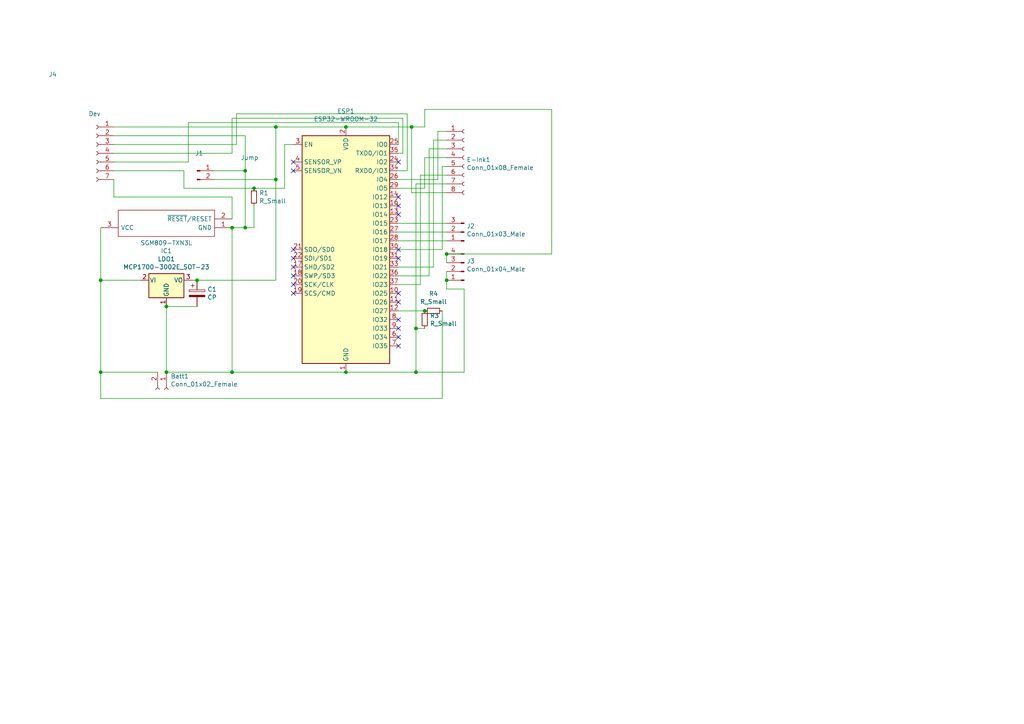
<source format=kicad_sch>
(kicad_sch (version 20211123) (generator eeschema)
  (paper "A4")
  (lib_symbols
    (symbol "Connector:Conn_01x02_Male" (pin_names (offset 1.016) hide)
      (property "Reference" "J" (at 0 2.54 0))
      (property "Value" "Conn_01x02_Male" (at 0 -5.08 0))
      (symbol "Conn_01x02_Male_1_1"
        (polyline (pts (xy 1.27 -2.54) (xy 0.8636 -2.54)) (stroke (width 0.1524)))
        (polyline (pts (xy 1.27 0) (xy 0.8636 0)) (stroke (width 0.1524)))
        (rectangle (start 0.8636 -2.413) (end 0 -2.667) (stroke (width 0.1524)) (fill (type outline)))
        (rectangle (start 0.8636 0.127) (end 0 -0.127) (stroke (width 0.1524)) (fill (type outline)))
        (pin passive line (at 5.08 0 180) (length 3.81) (name "Pin_1") (number "1"))
        (pin passive line (at 5.08 -2.54 180) (length 3.81) (name "Pin_2") (number "2"))
      )
    )
    (symbol "Connector:Conn_01x07_Female" (pin_names (offset 1.016) hide)
      (property "Reference" "J" (at 0 10.16 0))
      (property "Value" "Conn_01x07_Female" (at 0 -10.16 0))
      (symbol "Conn_01x07_Female_1_1"
        (arc (start 0 -7.112) (mid -0.508 -7.62) (end 0 -8.128) (stroke (width 0.1524)))
        (arc (start 0 -4.572) (mid -0.508 -5.08) (end 0 -5.588) (stroke (width 0.1524)))
        (arc (start 0 -2.032) (mid -0.508 -2.54) (end 0 -3.048) (stroke (width 0.1524)))
        (polyline (pts (xy -1.27 -7.62) (xy -0.508 -7.62)) (stroke (width 0.1524)))
        (polyline (pts (xy -1.27 -5.08) (xy -0.508 -5.08)) (stroke (width 0.1524)))
        (polyline (pts (xy -1.27 -2.54) (xy -0.508 -2.54)) (stroke (width 0.1524)))
        (polyline (pts (xy -1.27 0) (xy -0.508 0)) (stroke (width 0.1524)))
        (polyline (pts (xy -1.27 2.54) (xy -0.508 2.54)) (stroke (width 0.1524)))
        (polyline (pts (xy -1.27 5.08) (xy -0.508 5.08)) (stroke (width 0.1524)))
        (polyline (pts (xy -1.27 7.62) (xy -0.508 7.62)) (stroke (width 0.1524)))
        (arc (start 0 0.508) (mid -0.508 0) (end 0 -0.508) (stroke (width 0.1524)))
        (arc (start 0 3.048) (mid -0.508 2.54) (end 0 2.032) (stroke (width 0.1524)))
        (arc (start 0 5.588) (mid -0.508 5.08) (end 0 4.572) (stroke (width 0.1524)))
        (arc (start 0 8.128) (mid -0.508 7.62) (end 0 7.112) (stroke (width 0.1524)))
        (pin passive line (at -5.08 7.62 0) (length 3.81) (name "Pin_1") (number "1"))
        (pin passive line (at -5.08 5.08 0) (length 3.81) (name "Pin_2") (number "2"))
        (pin passive line (at -5.08 2.54 0) (length 3.81) (name "Pin_3") (number "3"))
        (pin passive line (at -5.08 0 0) (length 3.81) (name "Pin_4") (number "4"))
        (pin passive line (at -5.08 -2.54 0) (length 3.81) (name "Pin_5") (number "5"))
        (pin passive line (at -5.08 -5.08 0) (length 3.81) (name "Pin_6") (number "6"))
        (pin passive line (at -5.08 -7.62 0) (length 3.81) (name "Pin_7") (number "7"))
      )
    )
    (symbol "tuerschild-rescue:CP-Device" (pin_numbers hide) (pin_names (offset 0.254))
      (property "Reference" "C" (at 0.635 2.54 0))
      (property "Value" "CP-Device" (at 0.635 -2.54 0))
      (symbol "CP-Device_0_1"
        (rectangle (start -2.286 0.508) (end 2.286 1.016))
        (polyline (pts (xy -1.778 2.286) (xy -0.762 2.286)))
        (polyline (pts (xy -1.27 2.794) (xy -1.27 1.778)))
        (rectangle (start 2.286 -0.508) (end -2.286 -1.016) (fill (type outline)))
      )
      (symbol "CP-Device_1_1"
        (pin passive line (at 0 3.81 270) (length 2.794) (name "~") (number "1"))
        (pin passive line (at 0 -3.81 90) (length 2.794) (name "~") (number "2"))
      )
    )
    (symbol "tuerschild-rescue:Conn_01x02_Female-Connector" (pin_names (offset 1.016) hide)
      (property "Reference" "J" (at 0 2.54 0))
      (property "Value" "Conn_01x02_Female-Connector" (at 0 -5.08 0))
      (symbol "Conn_01x02_Female-Connector_1_1"
        (arc (start 0 -2.032) (mid -0.508 -2.54) (end 0 -3.048) (stroke (width 0.1524)))
        (polyline (pts (xy -1.27 -2.54) (xy -0.508 -2.54)) (stroke (width 0.1524)))
        (polyline (pts (xy -1.27 0) (xy -0.508 0)) (stroke (width 0.1524)))
        (arc (start 0 0.508) (mid -0.508 0) (end 0 -0.508) (stroke (width 0.1524)))
        (pin passive line (at -5.08 0 0) (length 3.81) (name "Pin_1") (number "1"))
        (pin passive line (at -5.08 -2.54 0) (length 3.81) (name "Pin_2") (number "2"))
      )
    )
    (symbol "tuerschild-rescue:Conn_01x03_Male-Connector" (pin_names (offset 1.016) hide)
      (property "Reference" "J" (at 0 5.08 0))
      (property "Value" "Conn_01x03_Male-Connector" (at 0 -5.08 0))
      (symbol "Conn_01x03_Male-Connector_1_1"
        (polyline (pts (xy 1.27 -2.54) (xy 0.8636 -2.54)) (stroke (width 0.1524)))
        (polyline (pts (xy 1.27 0) (xy 0.8636 0)) (stroke (width 0.1524)))
        (polyline (pts (xy 1.27 2.54) (xy 0.8636 2.54)) (stroke (width 0.1524)))
        (rectangle (start 0.8636 -2.413) (end 0 -2.667) (stroke (width 0.1524)) (fill (type outline)))
        (rectangle (start 0.8636 0.127) (end 0 -0.127) (stroke (width 0.1524)) (fill (type outline)))
        (rectangle (start 0.8636 2.667) (end 0 2.413) (stroke (width 0.1524)) (fill (type outline)))
        (pin passive line (at 5.08 2.54 180) (length 3.81) (name "Pin_1") (number "1"))
        (pin passive line (at 5.08 0 180) (length 3.81) (name "Pin_2") (number "2"))
        (pin passive line (at 5.08 -2.54 180) (length 3.81) (name "Pin_3") (number "3"))
      )
    )
    (symbol "tuerschild-rescue:Conn_01x04_Male-Connector" (pin_names (offset 1.016) hide)
      (property "Reference" "J" (at 0 5.08 0))
      (property "Value" "Conn_01x04_Male-Connector" (at 0 -7.62 0))
      (symbol "Conn_01x04_Male-Connector_1_1"
        (polyline (pts (xy 1.27 -5.08) (xy 0.8636 -5.08)) (stroke (width 0.1524)))
        (polyline (pts (xy 1.27 -2.54) (xy 0.8636 -2.54)) (stroke (width 0.1524)))
        (polyline (pts (xy 1.27 0) (xy 0.8636 0)) (stroke (width 0.1524)))
        (polyline (pts (xy 1.27 2.54) (xy 0.8636 2.54)) (stroke (width 0.1524)))
        (rectangle (start 0.8636 -4.953) (end 0 -5.207) (stroke (width 0.1524)) (fill (type outline)))
        (rectangle (start 0.8636 -2.413) (end 0 -2.667) (stroke (width 0.1524)) (fill (type outline)))
        (rectangle (start 0.8636 0.127) (end 0 -0.127) (stroke (width 0.1524)) (fill (type outline)))
        (rectangle (start 0.8636 2.667) (end 0 2.413) (stroke (width 0.1524)) (fill (type outline)))
        (pin passive line (at 5.08 2.54 180) (length 3.81) (name "Pin_1") (number "1"))
        (pin passive line (at 5.08 0 180) (length 3.81) (name "Pin_2") (number "2"))
        (pin passive line (at 5.08 -2.54 180) (length 3.81) (name "Pin_3") (number "3"))
        (pin passive line (at 5.08 -5.08 180) (length 3.81) (name "Pin_4") (number "4"))
      )
    )
    (symbol "tuerschild-rescue:Conn_01x08_Female-Connector" (pin_names (offset 1.016) hide)
      (property "Reference" "J" (at 0 10.16 0))
      (property "Value" "Conn_01x08_Female-Connector" (at 0 -12.7 0))
      (symbol "Conn_01x08_Female-Connector_1_1"
        (arc (start 0 -9.652) (mid -0.508 -10.16) (end 0 -10.668) (stroke (width 0.1524)))
        (arc (start 0 -7.112) (mid -0.508 -7.62) (end 0 -8.128) (stroke (width 0.1524)))
        (arc (start 0 -4.572) (mid -0.508 -5.08) (end 0 -5.588) (stroke (width 0.1524)))
        (arc (start 0 -2.032) (mid -0.508 -2.54) (end 0 -3.048) (stroke (width 0.1524)))
        (polyline (pts (xy -1.27 -10.16) (xy -0.508 -10.16)) (stroke (width 0.1524)))
        (polyline (pts (xy -1.27 -7.62) (xy -0.508 -7.62)) (stroke (width 0.1524)))
        (polyline (pts (xy -1.27 -5.08) (xy -0.508 -5.08)) (stroke (width 0.1524)))
        (polyline (pts (xy -1.27 -2.54) (xy -0.508 -2.54)) (stroke (width 0.1524)))
        (polyline (pts (xy -1.27 0) (xy -0.508 0)) (stroke (width 0.1524)))
        (polyline (pts (xy -1.27 2.54) (xy -0.508 2.54)) (stroke (width 0.1524)))
        (polyline (pts (xy -1.27 5.08) (xy -0.508 5.08)) (stroke (width 0.1524)))
        (polyline (pts (xy -1.27 7.62) (xy -0.508 7.62)) (stroke (width 0.1524)))
        (arc (start 0 0.508) (mid -0.508 0) (end 0 -0.508) (stroke (width 0.1524)))
        (arc (start 0 3.048) (mid -0.508 2.54) (end 0 2.032) (stroke (width 0.1524)))
        (arc (start 0 5.588) (mid -0.508 5.08) (end 0 4.572) (stroke (width 0.1524)))
        (arc (start 0 8.128) (mid -0.508 7.62) (end 0 7.112) (stroke (width 0.1524)))
        (pin passive line (at -5.08 7.62 0) (length 3.81) (name "Pin_1") (number "1"))
        (pin passive line (at -5.08 5.08 0) (length 3.81) (name "Pin_2") (number "2"))
        (pin passive line (at -5.08 2.54 0) (length 3.81) (name "Pin_3") (number "3"))
        (pin passive line (at -5.08 0 0) (length 3.81) (name "Pin_4") (number "4"))
        (pin passive line (at -5.08 -2.54 0) (length 3.81) (name "Pin_5") (number "5"))
        (pin passive line (at -5.08 -5.08 0) (length 3.81) (name "Pin_6") (number "6"))
        (pin passive line (at -5.08 -7.62 0) (length 3.81) (name "Pin_7") (number "7"))
        (pin passive line (at -5.08 -10.16 0) (length 3.81) (name "Pin_8") (number "8"))
      )
    )
    (symbol "tuerschild-rescue:ESP32-WROOM-32-RF_Module"
      (property "Reference" "U" (at -12.7 34.29 0))
      (property "Value" "ESP32-WROOM-32-RF_Module" (at 1.27 34.29 0))
      (symbol "ESP32-WROOM-32-RF_Module_0_1"
        (rectangle (start -12.7 33.02) (end 12.7 -33.02) (stroke (width 0.254)) (fill (type background)))
      )
      (symbol "ESP32-WROOM-32-RF_Module_1_1"
        (pin power_in line (at 0 -35.56 90) (length 2.54) (name "GND") (number "1"))
        (pin bidirectional line (at 15.24 -12.7 180) (length 2.54) (name "IO25") (number "10"))
        (pin bidirectional line (at 15.24 -15.24 180) (length 2.54) (name "IO26") (number "11"))
        (pin bidirectional line (at 15.24 -17.78 180) (length 2.54) (name "IO27") (number "12"))
        (pin bidirectional line (at 15.24 10.16 180) (length 2.54) (name "IO14") (number "13"))
        (pin bidirectional line (at 15.24 15.24 180) (length 2.54) (name "IO12") (number "14"))
        (pin passive line (at 0 -35.56 90) (length 2.54) hide (name "GND") (number "15"))
        (pin bidirectional line (at 15.24 12.7 180) (length 2.54) (name "IO13") (number "16"))
        (pin bidirectional line (at -15.24 -5.08 0) (length 2.54) (name "SHD/SD2") (number "17"))
        (pin bidirectional line (at -15.24 -7.62 0) (length 2.54) (name "SWP/SD3") (number "18"))
        (pin bidirectional line (at -15.24 -12.7 0) (length 2.54) (name "SCS/CMD") (number "19"))
        (pin power_in line (at 0 35.56 270) (length 2.54) (name "VDD") (number "2"))
        (pin bidirectional line (at -15.24 -10.16 0) (length 2.54) (name "SCK/CLK") (number "20"))
        (pin bidirectional line (at -15.24 0 0) (length 2.54) (name "SDO/SD0") (number "21"))
        (pin bidirectional line (at -15.24 -2.54 0) (length 2.54) (name "SDI/SD1") (number "22"))
        (pin bidirectional line (at 15.24 7.62 180) (length 2.54) (name "IO15") (number "23"))
        (pin bidirectional line (at 15.24 25.4 180) (length 2.54) (name "IO2") (number "24"))
        (pin bidirectional line (at 15.24 30.48 180) (length 2.54) (name "IO0") (number "25"))
        (pin bidirectional line (at 15.24 20.32 180) (length 2.54) (name "IO4") (number "26"))
        (pin bidirectional line (at 15.24 5.08 180) (length 2.54) (name "IO16") (number "27"))
        (pin bidirectional line (at 15.24 2.54 180) (length 2.54) (name "IO17") (number "28"))
        (pin bidirectional line (at 15.24 17.78 180) (length 2.54) (name "IO5") (number "29"))
        (pin input line (at -15.24 30.48 0) (length 2.54) (name "EN") (number "3"))
        (pin bidirectional line (at 15.24 0 180) (length 2.54) (name "IO18") (number "30"))
        (pin bidirectional line (at 15.24 -2.54 180) (length 2.54) (name "IO19") (number "31"))
        (pin no_connect line (at -12.7 -27.94 0) (length 2.54) hide (name "NC") (number "32"))
        (pin bidirectional line (at 15.24 -5.08 180) (length 2.54) (name "IO21") (number "33"))
        (pin bidirectional line (at 15.24 22.86 180) (length 2.54) (name "RXD0/IO3") (number "34"))
        (pin bidirectional line (at 15.24 27.94 180) (length 2.54) (name "TXD0/IO1") (number "35"))
        (pin bidirectional line (at 15.24 -7.62 180) (length 2.54) (name "IO22") (number "36"))
        (pin bidirectional line (at 15.24 -10.16 180) (length 2.54) (name "IO23") (number "37"))
        (pin passive line (at 0 -35.56 90) (length 2.54) hide (name "GND") (number "38"))
        (pin passive line (at 0 -35.56 90) (length 2.54) hide (name "GND") (number "39"))
        (pin input line (at -15.24 25.4 0) (length 2.54) (name "SENSOR_VP") (number "4"))
        (pin input line (at -15.24 22.86 0) (length 2.54) (name "SENSOR_VN") (number "5"))
        (pin input line (at 15.24 -25.4 180) (length 2.54) (name "IO34") (number "6"))
        (pin input line (at 15.24 -27.94 180) (length 2.54) (name "IO35") (number "7"))
        (pin bidirectional line (at 15.24 -20.32 180) (length 2.54) (name "IO32") (number "8"))
        (pin bidirectional line (at 15.24 -22.86 180) (length 2.54) (name "IO33") (number "9"))
      )
    )
    (symbol "tuerschild-rescue:MCP1700-3002E_SOT89-Regulator_Linear" (pin_names (offset 0.254))
      (property "Reference" "U" (at -3.81 3.175 0))
      (property "Value" "MCP1700-3002E_SOT89-Regulator_Linear" (at 0 3.175 0))
      (symbol "MCP1700-3002E_SOT89-Regulator_Linear_0_1"
        (rectangle (start -5.08 -5.08) (end 5.08 1.905) (stroke (width 0.254)) (fill (type background)))
      )
      (symbol "MCP1700-3002E_SOT89-Regulator_Linear_1_1"
        (pin power_in line (at 0 -7.62 90) (length 2.54) (name "GND") (number "1"))
        (pin power_in line (at -7.62 0 0) (length 2.54) (name "VI") (number "2"))
        (pin power_out line (at 7.62 0 180) (length 2.54) (name "VO") (number "3"))
      )
    )
    (symbol "tuerschild-rescue:R_Small-Device" (pin_numbers hide) (pin_names (offset 0.254) hide)
      (property "Reference" "R" (at 0.762 0.508 0))
      (property "Value" "R_Small-Device" (at 0.762 -1.016 0))
      (symbol "R_Small-Device_0_1"
        (rectangle (start -0.762 1.778) (end 0.762 -1.778) (stroke (width 0.2032)))
      )
      (symbol "R_Small-Device_1_1"
        (pin passive line (at 0 2.54 270) (length 0.762) (name "~") (number "1"))
        (pin passive line (at 0 -2.54 90) (length 0.762) (name "~") (number "2"))
      )
    )
    (symbol "tuerschild-rescue:SGM809-TXN3L-SGM809-TXN3L" (pin_names (offset 0.762))
      (property "Reference" "IC" (at 34.29 7.62 0))
      (property "Value" "SGM809-TXN3L-SGM809-TXN3L" (at 34.29 5.08 0))
      (symbol "SGM809-TXN3L-SGM809-TXN3L_0_0"
        (pin passive line (at 0 0 0) (length 5.08) (name "GND") (number "1"))
        (pin passive line (at 0 -2.54 0) (length 5.08) (name "~{RESET}/RESET") (number "2"))
        (pin passive line (at 38.1 0 180) (length 5.08) (name "VCC") (number "3"))
      )
      (symbol "SGM809-TXN3L-SGM809-TXN3L_0_1"
        (polyline (pts (xy 5.08 2.54) (xy 33.02 2.54) (xy 33.02 -5.08) (xy 5.08 -5.08) (xy 5.08 2.54)) (stroke (width 0.1524)))
      )
    )
  )
  (junction (at 80.01 36.83))
  (junction (at 129.54 81.28))
  (junction (at 71.12 49.53))
  (junction (at 100.33 36.83))
  (junction (at 71.12 66.04))
  (junction (at 80.01 52.07))
  (junction (at 67.31 107.95))
  (junction (at 48.26 88.9))
  (junction (at 123.19 90.17))
  (junction (at 57.15 81.28))
  (junction (at 29.21 81.28))
  (junction (at 100.33 107.95))
  (junction (at 48.26 107.95))
  (junction (at 73.66 54.61))
  (junction (at 119.38 36.83))
  (junction (at 67.31 66.04))
  (junction (at 120.65 107.95))
  (junction (at 120.65 95.25))
  (junction (at 129.54 73.66))
  (junction (at 29.21 107.95))
  (no_connect (at 115.57 97.79))
  (no_connect (at 115.57 87.63))
  (no_connect (at 115.57 85.09))
  (no_connect (at 85.09 49.53))
  (no_connect (at 115.57 92.71))
  (no_connect (at 115.57 95.25))
  (no_connect (at 115.57 72.39))
  (no_connect (at 115.57 62.23))
  (no_connect (at 85.09 82.55))
  (no_connect (at 85.09 80.01))
  (no_connect (at 85.09 46.99))
  (no_connect (at 115.57 59.69))
  (no_connect (at 85.09 85.09))
  (no_connect (at 85.09 72.39))
  (no_connect (at 85.09 77.47))
  (no_connect (at 115.57 100.33))
  (no_connect (at 85.09 74.93))
  (no_connect (at 115.57 46.99))
  (no_connect (at 115.57 74.93))
  (no_connect (at 115.57 57.15))
  (wire (pts (xy 127 38.1) (xy 127 52.07)))
  (wire (pts (xy 82.55 54.61) (xy 73.66 54.61)))
  (wire (pts (xy 54.61 35.56) (xy 54.61 46.99)))
  (wire (pts (xy 123.19 45.72) (xy 129.54 45.72)))
  (wire (pts (xy 54.61 46.99) (xy 33.02 46.99)))
  (wire (pts (xy 54.61 35.56) (xy 115.57 35.56)))
  (wire (pts (xy 80.01 36.83) (xy 100.33 36.83)))
  (wire (pts (xy 127 52.07) (xy 115.57 52.07)))
  (wire (pts (xy 85.09 41.91) (xy 82.55 41.91)))
  (wire (pts (xy 71.12 66.04) (xy 73.66 66.04)))
  (wire (pts (xy 129.54 78.74) (xy 129.54 81.28)))
  (wire (pts (xy 125.73 77.47) (xy 115.57 77.47)))
  (wire (pts (xy 115.57 90.17) (xy 123.19 90.17)))
  (wire (pts (xy 33.02 36.83) (xy 80.01 36.83)))
  (wire (pts (xy 73.66 66.04) (xy 73.66 59.69)))
  (wire (pts (xy 53.34 49.53) (xy 33.02 49.53)))
  (wire (pts (xy 33.02 41.91) (xy 68.58 41.91)))
  (wire (pts (xy 118.11 33.02) (xy 68.58 33.02)))
  (wire (pts (xy 125.73 40.64) (xy 129.54 40.64)))
  (wire (pts (xy 123.19 31.75) (xy 160.02 31.75)))
  (wire (pts (xy 116.84 44.45) (xy 116.84 34.29)))
  (wire (pts (xy 129.54 76.2) (xy 129.54 73.66)))
  (wire (pts (xy 124.46 43.18) (xy 129.54 43.18)))
  (wire (pts (xy 67.31 66.04) (xy 67.31 107.95)))
  (wire (pts (xy 128.27 115.57) (xy 29.21 115.57)))
  (wire (pts (xy 120.65 107.95) (xy 134.62 107.95)))
  (wire (pts (xy 128.27 90.17) (xy 128.27 115.57)))
  (wire (pts (xy 128.27 72.39) (xy 128.27 48.26)))
  (wire (pts (xy 115.57 64.77) (xy 129.54 64.77)))
  (wire (pts (xy 120.65 95.25) (xy 120.65 53.34)))
  (wire (pts (xy 62.23 49.53) (xy 71.12 49.53)))
  (wire (pts (xy 121.92 82.55) (xy 115.57 82.55)))
  (wire (pts (xy 33.02 39.37) (xy 71.12 39.37)))
  (wire (pts (xy 120.65 107.95) (xy 120.65 95.25)))
  (wire (pts (xy 53.34 54.61) (xy 73.66 54.61)))
  (wire (pts (xy 115.57 44.45) (xy 116.84 44.45)))
  (wire (pts (xy 129.54 67.31) (xy 115.57 67.31)))
  (wire (pts (xy 67.31 63.5) (xy 67.31 57.15)))
  (wire (pts (xy 48.26 107.95) (xy 48.26 88.9)))
  (wire (pts (xy 62.23 52.07) (xy 80.01 52.07)))
  (wire (pts (xy 68.58 33.02) (xy 68.58 41.91)))
  (wire (pts (xy 119.38 55.88) (xy 129.54 55.88)))
  (wire (pts (xy 115.57 49.53) (xy 118.11 49.53)))
  (wire (pts (xy 29.21 81.28) (xy 29.21 107.95)))
  (wire (pts (xy 48.26 107.95) (xy 67.31 107.95)))
  (wire (pts (xy 129.54 38.1) (xy 127 38.1)))
  (wire (pts (xy 29.21 81.28) (xy 40.64 81.28)))
  (wire (pts (xy 45.72 107.95) (xy 29.21 107.95)))
  (wire (pts (xy 120.65 53.34) (xy 129.54 53.34)))
  (wire (pts (xy 123.19 95.25) (xy 120.65 95.25)))
  (wire (pts (xy 57.15 81.28) (xy 80.01 81.28)))
  (wire (pts (xy 119.38 36.83) (xy 123.19 36.83)))
  (wire (pts (xy 118.11 49.53) (xy 118.11 33.02)))
  (wire (pts (xy 33.02 57.15) (xy 33.02 52.07)))
  (wire (pts (xy 80.01 81.28) (xy 80.01 52.07)))
  (wire (pts (xy 160.02 31.75) (xy 160.02 73.66)))
  (wire (pts (xy 71.12 66.04) (xy 71.12 49.53)))
  (wire (pts (xy 124.46 43.18) (xy 124.46 80.01)))
  (wire (pts (xy 100.33 36.83) (xy 119.38 36.83)))
  (wire (pts (xy 57.15 88.9) (xy 48.26 88.9)))
  (wire (pts (xy 82.55 41.91) (xy 82.55 54.61)))
  (wire (pts (xy 55.88 81.28) (xy 57.15 81.28)))
  (wire (pts (xy 115.57 72.39) (xy 128.27 72.39)))
  (wire (pts (xy 33.02 44.45) (xy 67.31 44.45)))
  (wire (pts (xy 80.01 52.07) (xy 80.01 36.83)))
  (wire (pts (xy 67.31 66.04) (xy 71.12 66.04)))
  (wire (pts (xy 67.31 107.95) (xy 100.33 107.95)))
  (wire (pts (xy 134.62 83.82) (xy 129.54 83.82)))
  (wire (pts (xy 123.19 36.83) (xy 123.19 31.75)))
  (wire (pts (xy 115.57 41.91) (xy 115.57 35.56)))
  (wire (pts (xy 53.34 54.61) (xy 53.34 49.53)))
  (wire (pts (xy 121.92 50.8) (xy 121.92 82.55)))
  (wire (pts (xy 123.19 45.72) (xy 123.19 54.61)))
  (wire (pts (xy 29.21 66.04) (xy 29.21 81.28)))
  (wire (pts (xy 67.31 34.29) (xy 67.31 44.45)))
  (wire (pts (xy 125.73 40.64) (xy 125.73 77.47)))
  (wire (pts (xy 121.92 50.8) (xy 129.54 50.8)))
  (wire (pts (xy 123.19 54.61) (xy 115.57 54.61)))
  (wire (pts (xy 128.27 48.26) (xy 129.54 48.26)))
  (wire (pts (xy 29.21 115.57) (xy 29.21 107.95)))
  (wire (pts (xy 100.33 107.95) (xy 120.65 107.95)))
  (wire (pts (xy 134.62 107.95) (xy 134.62 83.82)))
  (wire (pts (xy 33.02 57.15) (xy 67.31 57.15)))
  (wire (pts (xy 124.46 80.01) (xy 115.57 80.01)))
  (wire (pts (xy 116.84 34.29) (xy 67.31 34.29)))
  (wire (pts (xy 129.54 83.82) (xy 129.54 81.28)))
  (wire (pts (xy 71.12 49.53) (xy 71.12 39.37)))
  (wire (pts (xy 115.57 69.85) (xy 129.54 69.85)))
  (wire (pts (xy 160.02 73.66) (xy 129.54 73.66)))
  (wire (pts (xy 119.38 36.83) (xy 119.38 55.88)))
  (symbol (lib_id "tuerschild-rescue:ESP32-WROOM-32-RF_Module") (at 100.33 72.39 0) (unit 1)
    (property "Reference" "ESP1" (at 100.33 32.2326 0))
    (property "Value" "ESP32-WROOM-32" (at 100.33 34.544 0))
    (property "Footprint" "RF_Module:ESP32-WROOM-32" (effects hide))
    (property "Datasheet" "https://www.espressif.com/sites/default/files/documentation/esp32-wroom-32_datasheet_en.pdf" (effects hide))
  )
  (symbol (lib_id "tuerschild-rescue:MCP1700-3002E_SOT89-Regulator_Linear") (at 48.26 81.28 0) (unit 1)
    (property "Reference" "LDO1" (at 48.26 75.1332 0))
    (property "Value" "MCP1700-3002E_SOT-23" (at 48.26 77.4446 0))
    (property "Footprint" "Package_TO_SOT_SMD:SOT-23" (effects hide))
    (property "Datasheet" "http://ww1.microchip.com/downloads/en/DeviceDoc/20001826D.pdf" (effects hide))
  )
  (symbol (lib_id "tuerschild-rescue:Conn_01x08_Female-Connector") (at 134.62 45.72 0) (unit 1)
    (property "Reference" "E-Ink1" (at 135.3312 46.3296 0) (effects (justify left)))
    (property "Value" "Conn_01x08_Female" (at 135.3312 48.641 0) (effects (justify left)))
    (property "Footprint" "Connector_PinSocket_2.54mm:PinSocket_1x08_P2.54mm_Vertical" (effects hide))
  )
  (symbol (lib_id "tuerschild-rescue:SGM809-TXN3L-SGM809-TXN3L") (at 67.31 66.04 180) (unit 1)
    (property "Reference" "IC1" (at 48.26 72.771 0))
    (property "Value" "SGM809-TXN3L" (at 48.26 70.4596 0))
    (property "Footprint" "Package_TO_SOT_SMD:SOT-23" (effects hide))
    (property "Description" "Microprocessor Supervisory Circuit in 3-Pin SOT23" (effects hide))
    (property "Height" "1.15" (effects hide))
    (property "Manufacturer_Name" "SG-MICRO" (effects hide))
    (property "Manufacturer_Part_Number" "SGM809-TXN3L" (effects hide))
  )
  (symbol (lib_id "tuerschild-rescue:R_Small-Device") (at 73.66 57.15 0) (unit 1)
    (property "Reference" "R1" (at 75.1586 55.9816 0) (effects (justify left)))
    (property "Value" "R_Small" (at 75.1586 58.293 0) (effects (justify left)))
    (property "Footprint" "Resistor_SMD:R_1206_3216Metric_Pad1.30x1.75mm_HandSolder" (effects hide))
  )
  (symbol (lib_id "tuerschild-rescue:CP-Device") (at 57.15 85.09 0) (unit 1)
    (property "Reference" "C1" (at 60.1472 83.9216 0) (effects (justify left)))
    (property "Value" "CP" (at 60.1472 86.233 0) (effects (justify left)))
    (property "Footprint" "Capacitor_THT:CP_Radial_D6.3mm_P2.50mm" (effects hide))
  )
  (symbol (lib_id "tuerschild-rescue:Conn_01x03_Male-Connector") (at 134.62 67.31 180) (unit 1)
    (property "Reference" "J2" (at 135.3312 65.5828 0) (effects (justify right)))
    (property "Value" "Conn_01x03_Male" (at 135.3312 67.8942 0) (effects (justify right)))
    (property "Footprint" "Connector_PinHeader_2.54mm:PinHeader_1x03_P2.54mm_Vertical" (effects hide))
  )
  (symbol (lib_id "tuerschild-rescue:Conn_01x02_Female-Connector") (at 48.26 113.03 270) (unit 1)
    (property "Reference" "Batt1" (at 49.4792 109.1184 90) (effects (justify left)))
    (property "Value" "Conn_01x02_Female" (at 49.4792 111.4298 90) (effects (justify left)))
    (property "Footprint" "Connector_PinSocket_2.54mm:PinSocket_1x02_P2.54mm_Vertical" (effects hide))
  )
  (symbol (lib_id "tuerschild-rescue:R_Small-Device") (at 123.19 92.71 0) (unit 1)
    (property "Reference" "R3" (at 124.6886 91.5416 0) (effects (justify left)))
    (property "Value" "R_Small" (at 124.6886 93.853 0) (effects (justify left)))
    (property "Footprint" "Resistor_SMD:R_1206_3216Metric_Pad1.30x1.75mm_HandSolder" (effects hide))
  )
  (symbol (lib_id "tuerschild-rescue:R_Small-Device") (at 125.73 90.17 270) (unit 1)
    (property "Reference" "R4" (at 125.73 85.1916 90))
    (property "Value" "R_Small" (at 125.73 87.503 90))
    (property "Footprint" "Resistor_SMD:R_1206_3216Metric_Pad1.30x1.75mm_HandSolder" (effects hide))
  )
  (symbol (lib_id "tuerschild-rescue:Conn_01x04_Male-Connector") (at 134.62 78.74 180) (unit 1)
    (property "Reference" "J3" (at 135.3312 75.7428 0) (effects (justify right)))
    (property "Value" "Conn_01x04_Male" (at 135.3312 78.0542 0) (effects (justify right)))
    (property "Footprint" "Connector_PinHeader_2.54mm:PinHeader_1x04_P2.54mm_Vertical" (effects hide))
  )
  (symbol (lib_id "Connector:Conn_01x02_Male") (at 57.15 49.53 0) (unit 1)
    (property "Reference" "J1" (at 57.785 44.45 0))
    (property "Value" "Jump" (at 72.39 45.72 0))
    (property "Footprint" "Connector_PinHeader_2.54mm:PinHeader_1x02_P2.54mm_Vertical" (effects hide))
  )
  (symbol (lib_id "Connector:Conn_01x07_Female") (at 27.94 44.45 0) (mirror y) (unit 1)
    (property "Reference" "J4" (at 16.51 21.59 0) (effects (justify left)))
    (property "Value" "Dev" (at 29.21 33.02 0) (effects (justify left)))
    (property "Footprint" "Connector_PinHeader_2.54mm:PinHeader_1x07_P2.54mm_Vertical" (effects hide))
  )
)
</source>
